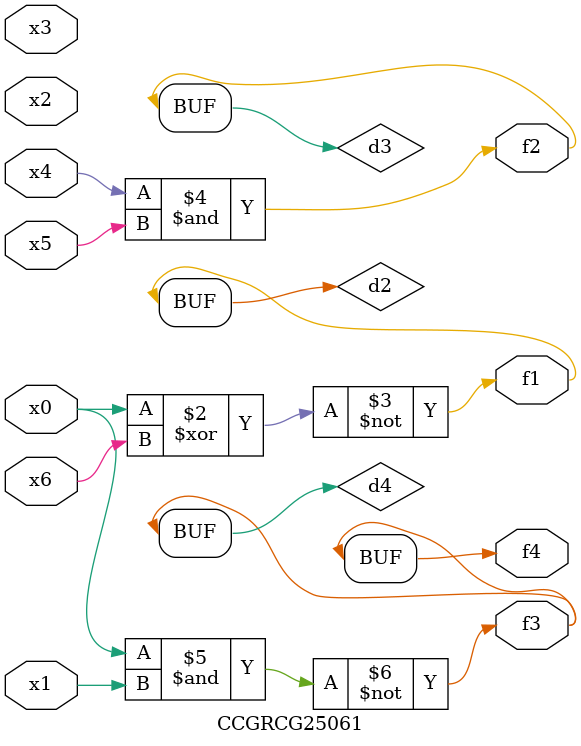
<source format=v>
module CCGRCG25061(
	input x0, x1, x2, x3, x4, x5, x6,
	output f1, f2, f3, f4
);

	wire d1, d2, d3, d4;

	nor (d1, x0);
	xnor (d2, x0, x6);
	and (d3, x4, x5);
	nand (d4, x0, x1);
	assign f1 = d2;
	assign f2 = d3;
	assign f3 = d4;
	assign f4 = d4;
endmodule

</source>
